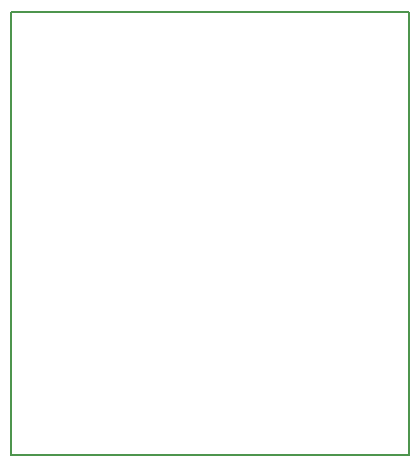
<source format=gbr>
G04 #@! TF.GenerationSoftware,KiCad,Pcbnew,(5.0.1)-4*
G04 #@! TF.CreationDate,2019-01-16T22:33:14-08:00*
G04 #@! TF.ProjectId,BareRotary,42617265526F746172792E6B69636164,rev?*
G04 #@! TF.SameCoordinates,Original*
G04 #@! TF.FileFunction,Profile,NP*
%FSLAX46Y46*%
G04 Gerber Fmt 4.6, Leading zero omitted, Abs format (unit mm)*
G04 Created by KiCad (PCBNEW (5.0.1)-4) date 1/16/2019 10:33:14 PM*
%MOMM*%
%LPD*%
G01*
G04 APERTURE LIST*
%ADD10C,0.200000*%
G04 APERTURE END LIST*
D10*
X87630000Y-69850000D02*
X87630000Y-39370000D01*
X121285000Y-69850000D02*
X87630000Y-69850000D01*
X121285000Y-32385000D02*
X121285000Y-69850000D01*
X87630000Y-32385000D02*
X121285000Y-32385000D01*
X87630000Y-39370000D02*
X87630000Y-32385000D01*
M02*

</source>
